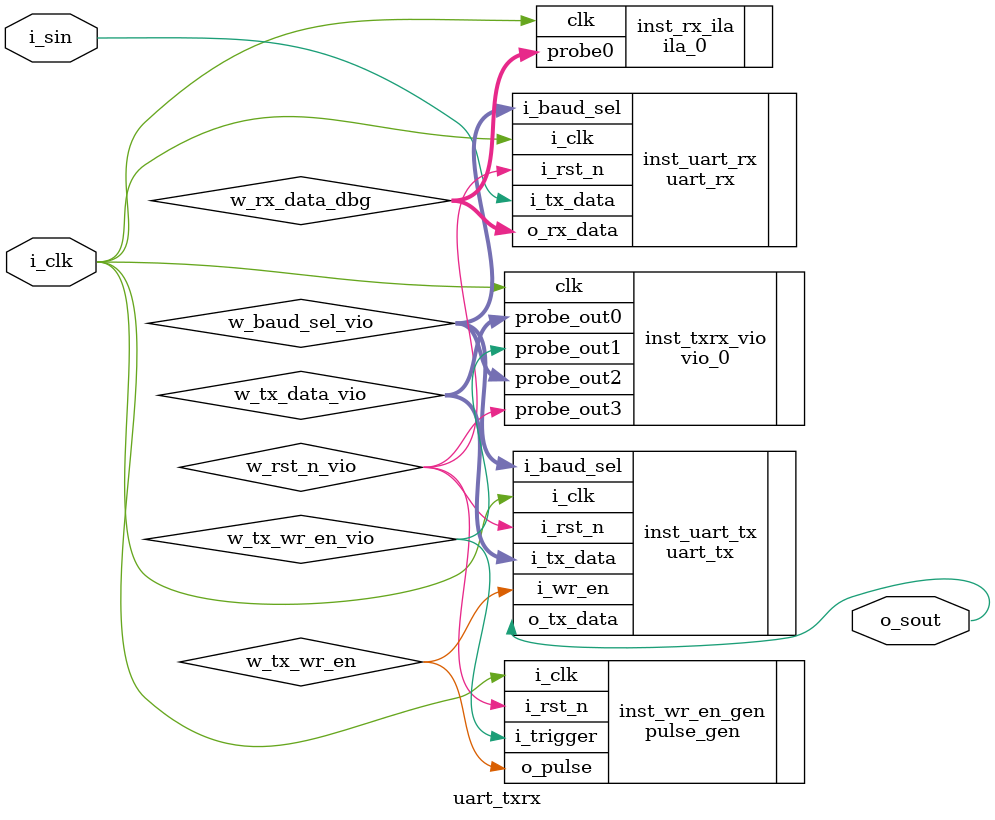
<source format=v>
`timescale 1ns / 1ps


module uart_txrx #
    (
        parameter p_DATA_WIDTH     = 8,
        parameter p_BAUD_CTR_WIDTH = 16,
        parameter p_BAUD_SEL_WIDTH = 3,

        // Baud counter rollover n = (baud_period/clk_period)
        parameter p_BAUD_4800      = 26042,
        parameter p_BAUD_9600      = 13021,
        parameter p_BAUD_19200     = 6511,
        parameter p_BAUD_57600     = 2171,
        parameter p_BAUD_115200    = 1086
    )
    (
        input  wire                        i_clk,

        input  wire                        i_sin,
        output wire                        o_sout
    );

        // Debug monitoring
        wire [p_BAUD_SEL_WIDTH-1:0] w_baud_sel_vio;
        wire [p_DATA_WIDTH-1:0]     w_tx_data_vio;
        wire                        w_tx_wr_en_vio;
        wire                        w_rst_n_vio;
        wire                        w_tx_wr_en;
        wire                        w_tx_running_dbg;
        wire                        w_tx_done_dbg;
        wire                        w_rx_running_dbg;
        wire                        w_rx_done_dbg;
        (* MARK_DEBUG = "TRUE" *)   wire [p_DATA_WIDTH-1:0]     w_rx_data_dbg;

        uart_tx #
            (
                .p_DATA_WIDTH      (p_DATA_WIDTH),
                .p_BAUD_CTR_WIDTH  (p_BAUD_CTR_WIDTH),
                .p_BAUD_SEL_WIDTH  (p_BAUD_SEL_WIDTH),

                // Baud counter rollover n = (baud_period/clk_period)
                .p_BAUD_4800       (p_BAUD_4800),
                .p_BAUD_9600       (p_BAUD_9600),
                .p_BAUD_19200      (p_BAUD_19200),
                .p_BAUD_57600      (p_BAUD_57600),
                .p_BAUD_115200     (p_BAUD_115200)
            )
        inst_uart_tx 
            (
                .i_clk             (i_clk),
                .i_rst_n           (w_rst_n_vio),

                // Driven by VIO for testing
                .i_baud_sel        (w_baud_sel_vio),
                .i_tx_data         (w_tx_data_vio),

                .i_wr_en           (w_tx_wr_en),

                // Monitored by ILA for testing
                .o_tx_data         (o_sout)
                // .o_tx_running      (w_tx_running_dbg),
                // .o_tx_done         (w_tx_done_dbg)
            );

        uart_rx # 
            (
                .p_DATA_WIDTH      (p_DATA_WIDTH),
                .p_BAUD_CTR_WIDTH  (p_BAUD_CTR_WIDTH),
                .p_BAUD_SEL_WIDTH  (p_BAUD_SEL_WIDTH),

                // Baud counter rollover n = (baud_period/clk_period)
                .p_BAUD_4800       (p_BAUD_4800),
                .p_BAUD_9600       (p_BAUD_9600),
                .p_BAUD_19200      (p_BAUD_19200),
                .p_BAUD_57600      (p_BAUD_57600),
                .p_BAUD_115200     (p_BAUD_115200)
            )
        inst_uart_rx 
            (
                .i_clk             (i_clk),
                .i_rst_n           (w_rst_n_vio),

                // Driven by VIO for testing
                .i_baud_sel        (w_baud_sel_vio),


                // Monitored by ILA for testing
                .i_tx_data         (i_sin),
                .o_rx_data         (w_rx_data_dbg)
                // .o_rx_running      (w_rx_running_dbg),
                // .o_rx_done         (w_rx_done_dbg)
            );

        pulse_gen inst_wr_en_gen
            (
                .i_clk             (i_clk), 
                .i_rst_n           (w_rst_n_vio), 
                
                .i_trigger         (w_tx_wr_en_vio),  
                .o_pulse           (w_tx_wr_en)  
            );

        // Debug monitoring and test control
        ila_0 inst_rx_ila 
            (
            	.clk               (i_clk),          // input wire clk
            	.probe0            (w_rx_data_dbg)   // input wire [7:0] probe0
            );

        vio_0 inst_txrx_vio 
            (
                .clk               (i_clk),          // input wire clk
                .probe_out0        (w_tx_data_vio),  // output wire [7 : 0] probe_out0
                .probe_out1        (w_tx_wr_en_vio), // output wire [0 : 0] probe_out1
                .probe_out2        (w_baud_sel_vio), // output wire [2 : 0] probe_out2
                .probe_out3        (w_rst_n_vio)
            );

endmodule

</source>
